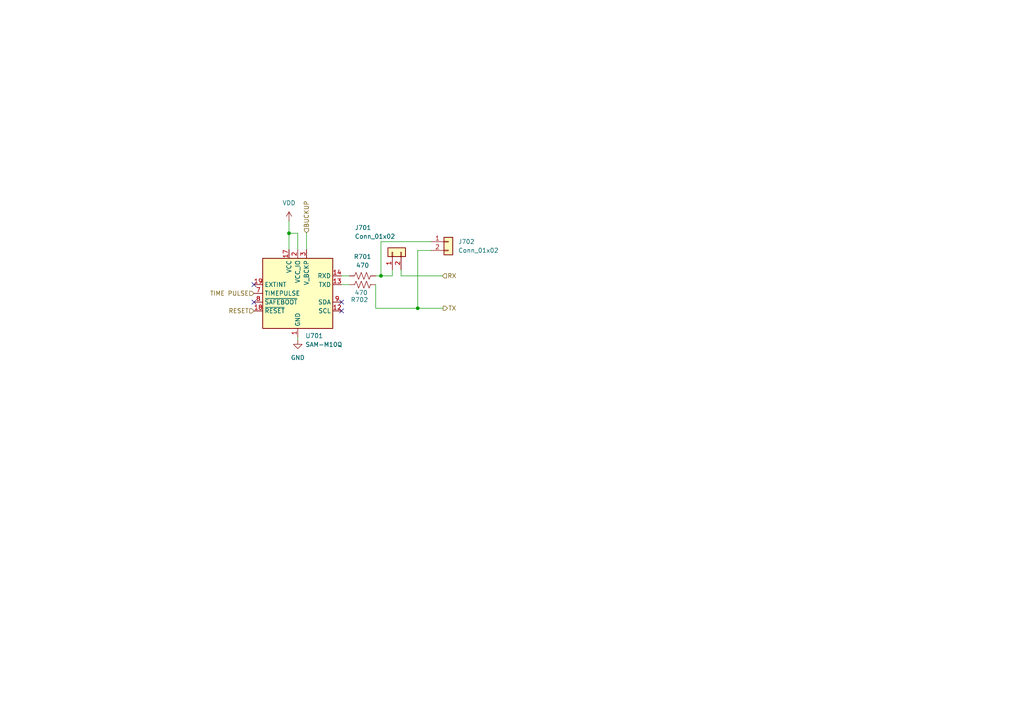
<source format=kicad_sch>
(kicad_sch (version 20231120) (generator "eeschema") (generator_version "8.0")
  (paper "A4")
  (lib_symbols
    (symbol "Connector_Generic:Conn_01x02" (pin_names (offset 1.016) hide)
      (property "Reference" "J" (at 0 2.54 0))
      (property "Value" "Conn_01x02" (at 0 -5.08 0))
      (symbol "Conn_01x02_1_1"
        (rectangle (start -1.27 -2.413) (end 0 -2.667) (stroke (width 0.1524)))
        (rectangle (start -1.27 0.127) (end 0 -0.127) (stroke (width 0.1524)))
        (rectangle (start -1.27 1.27) (end 1.27 -3.81) (stroke (width 0.254)) (fill (type background)))
        (pin passive line (at -5.08 0 0) (length 3.81) (name "Pin_1") (number "1"))
        (pin passive line (at -5.08 -2.54 0) (length 3.81) (name "Pin_2") (number "2"))
      )
    )
    (symbol "Device:R_US" (pin_numbers hide) (pin_names (offset 0))
      (property "Reference" "R" (at 2.54 0 90))
      (property "Value" "R_US" (at -2.54 0 90))
      (symbol "R_US_0_1"
        (polyline (pts (xy 0 -2.286) (xy 0 -2.54)))
        (polyline (pts (xy 0 2.286) (xy 0 2.54)))
        (polyline (pts (xy 0 -0.762) (xy 1.016 -1.143) (xy 0 -1.524) (xy -1.016 -1.905) (xy 0 -2.286)))
        (polyline (pts (xy 0 0.762) (xy 1.016 0.381) (xy 0 0) (xy -1.016 -0.381) (xy 0 -0.762)))
        (polyline (pts (xy 0 2.286) (xy 1.016 1.905) (xy 0 1.524) (xy -1.016 1.143) (xy 0 0.762)))
      )
      (symbol "R_US_1_1"
        (pin passive line (at 0 3.81 270) (length 1.27) (name "~") (number "1"))
        (pin passive line (at 0 -3.81 90) (length 1.27) (name "~") (number "2"))
      )
    )
    (symbol "RF_GPS:SAM-M8Q"
      (property "Reference" "U" (at -8.89 11.43 0))
      (property "Value" "SAM-M8Q" (at 8.89 11.43 0))
      (symbol "SAM-M8Q_0_1"
        (rectangle (start -10.16 10.16) (end 10.16 -10.16) (stroke (width 0.254)) (fill (type background)))
      )
      (symbol "SAM-M8Q_1_1"
        (pin power_in line (at 0 -12.7 90) (length 2.54) (name "GND") (number "1"))
        (pin passive line (at 0 -12.7 90) (length 2.54) hide (name "GND") (number "10"))
        (pin passive line (at 0 -12.7 90) (length 2.54) hide (name "GND") (number "11"))
        (pin input line (at 12.7 -5.08 180) (length 2.54) (name "SCL") (number "12"))
        (pin output line (at 12.7 2.54 180) (length 2.54) (name "TXD") (number "13"))
        (pin input line (at 12.7 5.08 180) (length 2.54) (name "RXD") (number "14"))
        (pin passive line (at 0 -12.7 90) (length 2.54) hide (name "GND") (number "15"))
        (pin passive line (at 0 -12.7 90) (length 2.54) hide (name "GND") (number "16"))
        (pin power_in line (at -2.54 12.7 270) (length 2.54) (name "VCC") (number "17"))
        (pin input line (at -12.7 -5.08 0) (length 2.54) (name "~{RESET}") (number "18"))
        (pin input line (at -12.7 2.54 0) (length 2.54) (name "EXTINT") (number "19"))
        (pin power_in line (at 0 12.7 270) (length 2.54) (name "VCC_IO") (number "2"))
        (pin passive line (at 0 -12.7 90) (length 2.54) hide (name "GND") (number "20"))
        (pin power_in line (at 2.54 12.7 270) (length 2.54) (name "V_BCKP") (number "3"))
        (pin passive line (at 0 -12.7 90) (length 2.54) hide (name "GND") (number "4"))
        (pin passive line (at 0 -12.7 90) (length 2.54) hide (name "GND") (number "5"))
        (pin passive line (at 0 -12.7 90) (length 2.54) hide (name "GND") (number "6"))
        (pin output line (at -12.7 0 0) (length 2.54) (name "TIMEPULSE") (number "7"))
        (pin input line (at -12.7 -2.54 0) (length 2.54) (name "~{SAFEBOOT}") (number "8"))
        (pin bidirectional line (at 12.7 -2.54 180) (length 2.54) (name "SDA") (number "9"))
      )
    )
    (symbol "power:GND" (power) (pin_numbers hide) (pin_names (offset 0) hide)
      (property "Value" "GND" (at 0 -3.81 0))
      (symbol "GND_0_1"
        (polyline (pts (xy 0 0) (xy 0 -1.27) (xy 1.27 -1.27) (xy 0 -2.54) (xy -1.27 -1.27) (xy 0 -1.27)))
      )
      (symbol "GND_1_1"
        (pin power_in line (at 0 0 270) (length 0) (name "~") (number "1"))
      )
    )
    (symbol "power:VDD" (power) (pin_numbers hide) (pin_names (offset 0) hide)
      (property "Value" "VDD" (at 0 3.556 0))
      (symbol "VDD_0_1"
        (polyline (pts (xy -0.762 1.27) (xy 0 2.54)))
        (polyline (pts (xy 0 0) (xy 0 2.54)))
        (polyline (pts (xy 0 2.54) (xy 0.762 1.27)))
      )
      (symbol "VDD_1_1"
        (pin power_in line (at 0 0 90) (length 0) (name "~") (number "1"))
      )
    )
  )
  (junction (at 83.82 67.6519))
  (junction (at 110.49 80.01))
  (junction (at 121.158 89.408))
  (no_connect (at 73.66 87.63))
  (no_connect (at 73.66 82.55))
  (no_connect (at 99.06 87.63))
  (no_connect (at 99.06 90.17))
  (wire (pts (xy 108.966 89.408) (xy 121.158 89.408)))
  (wire (pts (xy 124.968 72.644) (xy 121.158 72.644)))
  (wire (pts (xy 113.792 80.01) (xy 110.49 80.01)))
  (wire (pts (xy 86.36 72.39) (xy 86.36 67.6519)))
  (wire (pts (xy 121.158 89.408) (xy 128.524 89.408)))
  (wire (pts (xy 121.158 72.644) (xy 121.158 89.408)))
  (wire (pts (xy 83.82 67.6519) (xy 86.36 67.6519)))
  (wire (pts (xy 110.49 70.104) (xy 124.968 70.104)))
  (wire (pts (xy 86.36 97.79) (xy 86.36 98.5916)))
  (wire (pts (xy 88.9 72.39) (xy 88.9 67.5562)))
  (wire (pts (xy 108.966 82.55) (xy 108.966 89.408)))
  (wire (pts (xy 116.332 78.232) (xy 116.332 80.01)))
  (wire (pts (xy 116.332 80.01) (xy 128.27 80.01)))
  (wire (pts (xy 113.792 78.232) (xy 113.792 80.01)))
  (wire (pts (xy 83.82 63.9955) (xy 83.82 67.6519)))
  (wire (pts (xy 83.82 67.6519) (xy 83.82 72.39)))
  (wire (pts (xy 110.49 80.01) (xy 108.966 80.01)))
  (wire (pts (xy 110.49 70.104) (xy 110.49 80.01)))
  (wire (pts (xy 86.36 98.5916) (xy 86.3687 98.5916)))
  (wire (pts (xy 101.346 82.55) (xy 99.06 82.55)))
  (wire (pts (xy 101.346 80.01) (xy 99.06 80.01)))
  (hierarchical_label "RX" (shape input) (at 128.27 80.01 0))
  (hierarchical_label "BUCKUP" (shape input) (at 88.9 67.5562 90))
  (hierarchical_label "TIME PULSE" (shape input) (at 73.66 85.09 180))
  (hierarchical_label "RESET" (shape input) (at 73.66 90.17 180))
  (hierarchical_label "TX" (shape output) (at 128.524 89.408 0))
  (symbol (lib_id "Connector_Generic:Conn_01x02") (at 113.792 73.152 90) (unit 1)
    (property "Reference" "J701" (at 102.87 66.04 90) (effects (justify right)))
    (property "Value" "Conn_01x02" (at 102.87 68.58 90) (effects (justify right)))
    (property "Footprint" "Connector_PinHeader_1.27mm:PinHeader_1x02_P1.27mm_Vertical" (effects (hide yes)))
    (property "Description" "Generic connector, single row, 01x02, script generated (kicad-library-utils/schlib/autogen/connector/)" (effects (hide yes)))
  )
  (symbol (lib_id "power:GND") (at 86.3687 98.5916 0) (unit 1)
    (property "Reference" "#PWR0702" (effects (hide yes)))
    (property "Value" "GND" (at 86.3687 103.7452 0))
    (property "Description" "Power symbol creates a global label with name \"GND\" , ground" (effects (hide yes)))
  )
  (symbol (lib_id "RF_GPS:SAM-M8Q") (at 86.36 85.09 0) (unit 1)
    (property "Reference" "U701" (at 88.5541 97.3952 0) (effects (justify left)))
    (property "Value" "SAM-M10Q" (at 88.5541 99.9352 0) (effects (justify left)))
    (property "Footprint" "RF_GPS:ublox_SAM-M8Q" (effects (hide yes)))
    (property "Datasheet" "https://www.u-blox.com/sites/default/files/SAM-M8Q_DataSheet_%28UBX-16012619%29.pdf" (effects (hide yes)))
    (property "Description" "GPS ublox M8 variant" (effects (hide yes)))
  )
  (symbol (lib_id "Device:R_US") (at 105.156 82.55 90) (unit 1)
    (property "Reference" "R702" (at 104.2546 86.9441 90))
    (property "Value" "470" (at 104.7558 84.9036 90))
    (property "Footprint" "Resistor_SMD:R_0402_1005Metric" (effects (hide yes)))
    (property "Description" "Resistor, US symbol" (effects (hide yes)))
    (property "LCSC" "C25117" (effects (hide yes)))
  )
  (symbol (lib_id "Connector_Generic:Conn_01x02") (at 130.048 70.104 0) (unit 1)
    (property "Reference" "J702" (at 132.8749 70.1039 0) (effects (justify left)))
    (property "Value" "Conn_01x02" (at 132.8749 72.6439 0) (effects (justify left)))
    (property "Footprint" "Connector_PinHeader_1.27mm:PinHeader_1x02_P1.27mm_Vertical" (effects (hide yes)))
    (property "Description" "Generic connector, single row, 01x02, script generated (kicad-library-utils/schlib/autogen/connector/)" (effects (hide yes)))
  )
  (symbol (lib_id "Device:R_US") (at 105.156 80.01 90) (unit 1)
    (property "Reference" "R701" (at 105.156 74.4431 90))
    (property "Value" "470" (at 105.156 76.9831 90))
    (property "Footprint" "Resistor_SMD:R_0402_1005Metric" (effects (hide yes)))
    (property "Description" "Resistor, US symbol" (effects (hide yes)))
    (property "LCSC" "C25117" (effects (hide yes)))
  )
  (symbol (lib_id "power:VDD") (at 83.82 63.9955 0) (unit 1)
    (property "Reference" "#PWR0701" (effects (hide yes)))
    (property "Value" "VDD" (at 83.82 58.8607 0))
    (property "Description" "Power symbol creates a global label with name \"VDD\"" (effects (hide yes)))
  )
)
</source>
